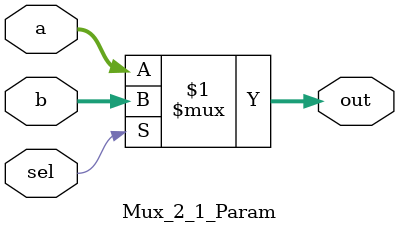
<source format=v>
`timescale 1ns / 1ps
module Mux_2_1_Param #(	
	parameter	DATA_LENGTH = 8
	)(
	input		[DATA_LENGTH-1:0] a, b,
	input		sel,
	output	[DATA_LENGTH-1:0] out
);

	assign out = sel ? b : a;

endmodule

//generate
//
//	case(SLCT_LENGTH)
//		2: begin
//			
//			assign out = sel ? a : b;
//			
//			end
//			
//		3: begin
//			
//			always @(*) begin
//			
//				case(sel)
//				3'd0: out
//				endcase
//			
//			end
//			
//			end
//			
//		4: begin
//			
//			end
//		
//		default: $display("Invalid SLCT_LENGTH");
//	
//	endcase
//
//endgenerate
</source>
